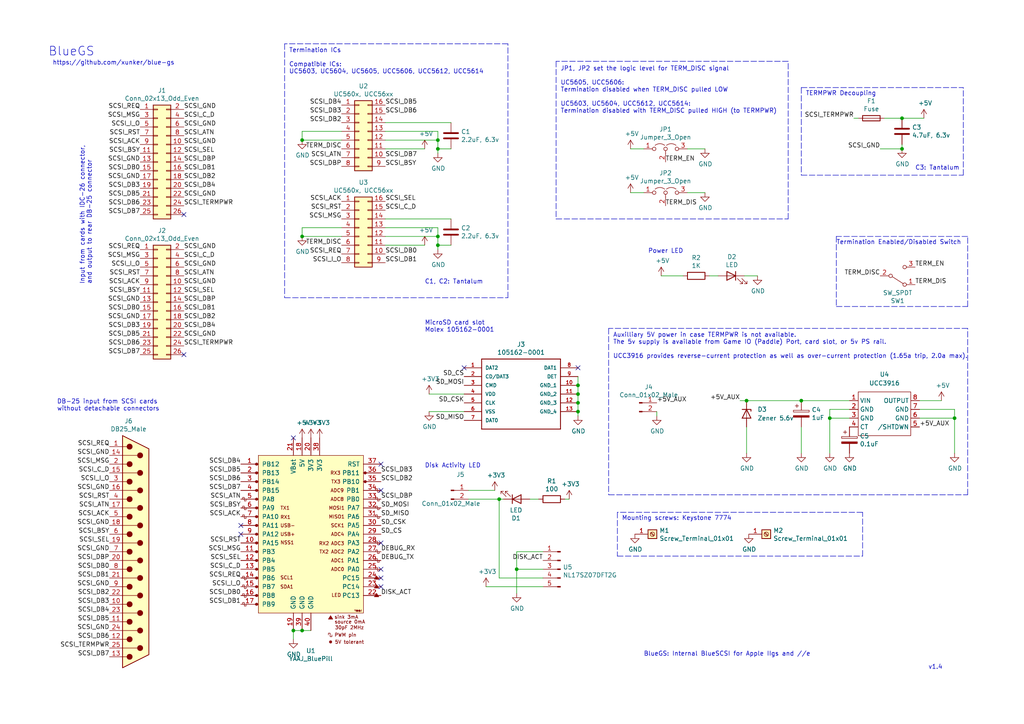
<source format=kicad_sch>
(kicad_sch (version 20211123) (generator eeschema)
  (paper "A4")
  (lib_symbols
    (symbol "105162-0001:105162-0001" (pin_names (offset 1.016))
      (property "Reference" "J" (at 29.21 7.62 0))
      (property "Value" "105162-0001" (at 29.21 5.08 0))
      (symbol "105162-0001_0_0"
        (pin bidirectional line (at 0 0 0) (length 5.08) (name "DAT2") (number "1"))
        (pin bidirectional line (at 33.02 -5.08 180) (length 5.08) (name "GND_1") (number "10"))
        (pin bidirectional line (at 33.02 -7.62 180) (length 5.08) (name "GND_2") (number "11"))
        (pin bidirectional line (at 33.02 -10.16 180) (length 5.08) (name "GND_3") (number "12"))
        (pin bidirectional line (at 33.02 -12.7 180) (length 5.08) (name "GND_4") (number "13"))
        (pin bidirectional line (at 0 -2.54 0) (length 5.08) (name "CD/DAT3") (number "2"))
        (pin bidirectional line (at 0 -5.08 0) (length 5.08) (name "CMD") (number "3"))
        (pin bidirectional line (at 0 -7.62 0) (length 5.08) (name "VDD") (number "4"))
        (pin bidirectional line (at 0 -10.16 0) (length 5.08) (name "CLK") (number "5"))
        (pin bidirectional line (at 0 -12.7 0) (length 5.08) (name "VSS") (number "6"))
        (pin bidirectional line (at 0 -15.24 0) (length 5.08) (name "DAT0") (number "7"))
        (pin bidirectional line (at 33.02 0 180) (length 5.08) (name "DAT1") (number "8"))
        (pin bidirectional line (at 33.02 -2.54 180) (length 5.08) (name "DET") (number "9"))
      )
    )
    (symbol "Connector:Conn_01x02_Male" (pin_names (offset 1.016) hide)
      (property "Reference" "J" (at 0 2.54 0))
      (property "Value" "Conn_01x02_Male" (at 0 -5.08 0))
      (symbol "Conn_01x02_Male_1_1"
        (pin passive line (at 5.08 0 180) (length 3.81) (name "Pin_1") (number "1"))
        (pin passive line (at 5.08 -2.54 180) (length 3.81) (name "Pin_2") (number "2"))
      )
    )
    (symbol "Connector:Conn_01x05_Male" (pin_names (offset 1.016) hide)
      (property "Reference" "J" (at 0 7.62 0))
      (property "Value" "Conn_01x05_Male" (at 0 -7.62 0))
      (symbol "Conn_01x05_Male_1_1"
        (pin passive line (at 5.08 5.08 180) (length 3.81) (name "Pin_1") (number "1"))
        (pin passive line (at 5.08 2.54 180) (length 3.81) (name "Pin_2") (number "2"))
        (pin passive line (at 5.08 0 180) (length 3.81) (name "Pin_3") (number "3"))
        (pin passive line (at 5.08 -2.54 180) (length 3.81) (name "Pin_4") (number "4"))
        (pin passive line (at 5.08 -5.08 180) (length 3.81) (name "Pin_5") (number "5"))
      )
    )
    (symbol "Connector:DB25_Male" (pin_names (offset 1.016) hide)
      (property "Reference" "J" (at 0 34.29 0))
      (property "Value" "DB25_Male" (at 0 -34.925 0))
      (symbol "DB25_Male_1_1"
        (pin passive line (at -7.62 -30.48 0) (length 3.81) (name "1") (number "1"))
        (pin passive line (at -7.62 15.24 0) (length 3.81) (name "10") (number "10"))
        (pin passive line (at -7.62 20.32 0) (length 3.81) (name "11") (number "11"))
        (pin passive line (at -7.62 25.4 0) (length 3.81) (name "12") (number "12"))
        (pin passive line (at -7.62 30.48 0) (length 3.81) (name "13") (number "13"))
        (pin passive line (at -7.62 -27.94 0) (length 3.81) (name "P14") (number "14"))
        (pin passive line (at -7.62 -22.86 0) (length 3.81) (name "P15") (number "15"))
        (pin passive line (at -7.62 -17.78 0) (length 3.81) (name "P16") (number "16"))
        (pin passive line (at -7.62 -12.7 0) (length 3.81) (name "P17") (number "17"))
        (pin passive line (at -7.62 -7.62 0) (length 3.81) (name "P18") (number "18"))
        (pin passive line (at -7.62 -2.54 0) (length 3.81) (name "P19") (number "19"))
        (pin passive line (at -7.62 -25.4 0) (length 3.81) (name "2") (number "2"))
        (pin passive line (at -7.62 2.54 0) (length 3.81) (name "P20") (number "20"))
        (pin passive line (at -7.62 7.62 0) (length 3.81) (name "P21") (number "21"))
        (pin passive line (at -7.62 12.7 0) (length 3.81) (name "P22") (number "22"))
        (pin passive line (at -7.62 17.78 0) (length 3.81) (name "P23") (number "23"))
        (pin passive line (at -7.62 22.86 0) (length 3.81) (name "P24") (number "24"))
        (pin passive line (at -7.62 27.94 0) (length 3.81) (name "P25") (number "25"))
        (pin passive line (at -7.62 -20.32 0) (length 3.81) (name "3") (number "3"))
        (pin passive line (at -7.62 -15.24 0) (length 3.81) (name "4") (number "4"))
        (pin passive line (at -7.62 -10.16 0) (length 3.81) (name "5") (number "5"))
        (pin passive line (at -7.62 -5.08 0) (length 3.81) (name "6") (number "6"))
        (pin passive line (at -7.62 0 0) (length 3.81) (name "7") (number "7"))
        (pin passive line (at -7.62 5.08 0) (length 3.81) (name "8") (number "8"))
        (pin passive line (at -7.62 10.16 0) (length 3.81) (name "9") (number "9"))
      )
    )
    (symbol "Connector:Screw_Terminal_01x01" (pin_names (offset 1.016) hide)
      (property "Reference" "J" (at 0 2.54 0))
      (property "Value" "Screw_Terminal_01x01" (at 0 -2.54 0))
      (symbol "Screw_Terminal_01x01_1_1"
        (pin passive line (at -5.08 0 0) (length 3.81) (name "Pin_1") (number "1"))
      )
    )
    (symbol "Connector_Generic:Conn_02x08_Counter_Clockwise" (pin_names (offset 1.016) hide)
      (property "Reference" "J" (at 1.27 10.16 0))
      (property "Value" "Conn_02x08_Counter_Clockwise" (at 1.27 -12.7 0))
      (symbol "Conn_02x08_Counter_Clockwise_1_1"
        (pin passive line (at -5.08 7.62 0) (length 3.81) (name "Pin_1") (number "1"))
        (pin passive line (at 7.62 -7.62 180) (length 3.81) (name "Pin_10") (number "10"))
        (pin passive line (at 7.62 -5.08 180) (length 3.81) (name "Pin_11") (number "11"))
        (pin passive line (at 7.62 -2.54 180) (length 3.81) (name "Pin_12") (number "12"))
        (pin passive line (at 7.62 0 180) (length 3.81) (name "Pin_13") (number "13"))
        (pin passive line (at 7.62 2.54 180) (length 3.81) (name "Pin_14") (number "14"))
        (pin passive line (at 7.62 5.08 180) (length 3.81) (name "Pin_15") (number "15"))
        (pin passive line (at 7.62 7.62 180) (length 3.81) (name "Pin_16") (number "16"))
        (pin passive line (at -5.08 5.08 0) (length 3.81) (name "Pin_2") (number "2"))
        (pin passive line (at -5.08 2.54 0) (length 3.81) (name "Pin_3") (number "3"))
        (pin passive line (at -5.08 0 0) (length 3.81) (name "Pin_4") (number "4"))
        (pin passive line (at -5.08 -2.54 0) (length 3.81) (name "Pin_5") (number "5"))
        (pin passive line (at -5.08 -5.08 0) (length 3.81) (name "Pin_6") (number "6"))
        (pin passive line (at -5.08 -7.62 0) (length 3.81) (name "Pin_7") (number "7"))
        (pin passive line (at -5.08 -10.16 0) (length 3.81) (name "Pin_8") (number "8"))
        (pin passive line (at 7.62 -10.16 180) (length 3.81) (name "Pin_9") (number "9"))
      )
    )
    (symbol "Connector_Generic:Conn_02x13_Odd_Even" (pin_names (offset 1.016) hide)
      (property "Reference" "J" (at 1.27 17.78 0))
      (property "Value" "Conn_02x13_Odd_Even" (at 1.27 -17.78 0))
      (symbol "Conn_02x13_Odd_Even_1_1"
        (pin passive line (at -5.08 15.24 0) (length 3.81) (name "Pin_1") (number "1"))
        (pin passive line (at 7.62 5.08 180) (length 3.81) (name "Pin_10") (number "10"))
        (pin passive line (at -5.08 2.54 0) (length 3.81) (name "Pin_11") (number "11"))
        (pin passive line (at 7.62 2.54 180) (length 3.81) (name "Pin_12") (number "12"))
        (pin passive line (at -5.08 0 0) (length 3.81) (name "Pin_13") (number "13"))
        (pin passive line (at 7.62 0 180) (length 3.81) (name "Pin_14") (number "14"))
        (pin passive line (at -5.08 -2.54 0) (length 3.81) (name "Pin_15") (number "15"))
        (pin passive line (at 7.62 -2.54 180) (length 3.81) (name "Pin_16") (number "16"))
        (pin passive line (at -5.08 -5.08 0) (length 3.81) (name "Pin_17") (number "17"))
        (pin passive line (at 7.62 -5.08 180) (length 3.81) (name "Pin_18") (number "18"))
        (pin passive line (at -5.08 -7.62 0) (length 3.81) (name "Pin_19") (number "19"))
        (pin passive line (at 7.62 15.24 180) (length 3.81) (name "Pin_2") (number "2"))
        (pin passive line (at 7.62 -7.62 180) (length 3.81) (name "Pin_20") (number "20"))
        (pin passive line (at -5.08 -10.16 0) (length 3.81) (name "Pin_21") (number "21"))
        (pin passive line (at 7.62 -10.16 180) (length 3.81) (name "Pin_22") (number "22"))
        (pin passive line (at -5.08 -12.7 0) (length 3.81) (name "Pin_23") (number "23"))
        (pin passive line (at 7.62 -12.7 180) (length 3.81) (name "Pin_24") (number "24"))
        (pin passive line (at -5.08 -15.24 0) (length 3.81) (name "Pin_25") (number "25"))
        (pin passive line (at 7.62 -15.24 180) (length 3.81) (name "Pin_26") (number "26"))
        (pin passive line (at -5.08 12.7 0) (length 3.81) (name "Pin_3") (number "3"))
        (pin passive line (at 7.62 12.7 180) (length 3.81) (name "Pin_4") (number "4"))
        (pin passive line (at -5.08 10.16 0) (length 3.81) (name "Pin_5") (number "5"))
        (pin passive line (at 7.62 10.16 180) (length 3.81) (name "Pin_6") (number "6"))
        (pin passive line (at -5.08 7.62 0) (length 3.81) (name "Pin_7") (number "7"))
        (pin passive line (at 7.62 7.62 180) (length 3.81) (name "Pin_8") (number "8"))
        (pin passive line (at -5.08 5.08 0) (length 3.81) (name "Pin_9") (number "9"))
      )
    )
    (symbol "Device:C" (pin_numbers hide) (pin_names (offset 0.254))
      (property "Reference" "C" (at 0.635 2.54 0))
      (property "Value" "C" (at 0.635 -2.54 0))
      (symbol "C_1_1"
        (pin passive line (at 0 3.81 270) (length 2.794) (name "~") (number "1"))
        (pin passive line (at 0 -3.81 90) (length 2.794) (name "~") (number "2"))
      )
    )
    (symbol "Device:D_Zener" (pin_numbers hide) (pin_names (offset 1.016) hide)
      (property "Reference" "D" (at 0 2.54 0))
      (property "Value" "D_Zener" (at 0 -2.54 0))
      (symbol "D_Zener_1_1"
        (pin passive line (at -3.81 0 0) (length 2.54) (name "K") (number "1"))
        (pin passive line (at 3.81 0 180) (length 2.54) (name "A") (number "2"))
      )
    )
    (symbol "Device:Fuse" (pin_numbers hide) (pin_names (offset 0))
      (property "Reference" "F" (at 2.032 0 90))
      (property "Value" "Fuse" (at -1.905 0 90))
      (symbol "Fuse_1_1"
        (pin passive line (at 0 3.81 270) (length 1.27) (name "~") (number "1"))
        (pin passive line (at 0 -3.81 90) (length 1.27) (name "~") (number "2"))
      )
    )
    (symbol "Device:LED" (pin_numbers hide) (pin_names (offset 1.016) hide)
      (property "Reference" "D" (at 0 2.54 0))
      (property "Value" "LED" (at 0 -2.54 0))
      (symbol "LED_1_1"
        (pin passive line (at -3.81 0 0) (length 2.54) (name "K") (number "1"))
        (pin passive line (at 3.81 0 180) (length 2.54) (name "A") (number "2"))
      )
    )
    (symbol "Device:R" (pin_numbers hide) (pin_names (offset 0))
      (property "Reference" "R" (at 2.032 0 90))
      (property "Value" "R" (at 0 0 90))
      (symbol "R_1_1"
        (pin passive line (at 0 3.81 270) (length 1.27) (name "~") (number "1"))
        (pin passive line (at 0 -3.81 90) (length 1.27) (name "~") (number "2"))
      )
    )
    (symbol "Power_Management:UCC3916"
      (property "Reference" "U" (at 0 2.54 0))
      (property "Value" "UCC3916" (at 0 5.08 0))
      (symbol "UCC3916_1_1"
        (pin input line (at -10.16 -1.27 0) (length 2.54) (name "VIN") (number "1"))
        (pin output line (at -10.16 -3.81 0) (length 2.54) (name "GND") (number "2"))
        (pin output line (at -10.16 -6.35 0) (length 2.54) (name "GND") (number "3"))
        (pin bidirectional line (at -10.16 -8.89 0) (length 2.54) (name "CT") (number "4"))
        (pin input line (at 10.16 -8.89 180) (length 2.54) (name "/SHTDWN") (number "5"))
        (pin output line (at 10.16 -6.35 180) (length 2.54) (name "GND") (number "6"))
        (pin output line (at 10.16 -3.81 180) (length 2.54) (name "GND") (number "7"))
        (pin output line (at 10.16 -1.27 180) (length 2.54) (name "OUTPUT") (number "8"))
      )
    )
    (symbol "Switch:SW_SPDT" (pin_names (offset 0) hide)
      (property "Reference" "SW" (at 0 4.318 0))
      (property "Value" "SW_SPDT" (at 0 -5.08 0))
      (symbol "SW_SPDT_1_1"
        (pin passive line (at 5.08 2.54 180) (length 2.54) (name "A") (number "1"))
        (pin passive line (at -5.08 0 0) (length 2.54) (name "B") (number "2"))
        (pin passive line (at 5.08 -2.54 180) (length 2.54) (name "C") (number "3"))
      )
    )
    (symbol "bluescsi_iigs_internal-rescue:CP-Device" (pin_numbers hide) (pin_names (offset 0.254))
      (property "Reference" "C" (at 0.635 2.54 0))
      (property "Value" "CP-Device" (at 0.635 -2.54 0))
      (symbol "CP-Device_1_1"
        (pin passive line (at 0 3.81 270) (length 2.794) (name "~") (number "1"))
        (pin passive line (at 0 -3.81 90) (length 2.794) (name "~") (number "2"))
      )
    )
    (symbol "bluescsi_iigs_internal-rescue:Jumper_3_Open-Jumper" (pin_names (offset 0) hide)
      (property "Reference" "JP" (at -2.54 -2.54 0))
      (property "Value" "Jumper_3_Open-Jumper" (at 0 2.794 0))
      (symbol "Jumper_3_Open-Jumper_1_1"
        (pin passive line (at -6.35 0 0) (length 2.54) (name "A") (number "1"))
        (pin input line (at 0 -3.81 90) (length 2.54) (name "C") (number "2"))
        (pin passive line (at 6.35 0 180) (length 2.54) (name "B") (number "3"))
      )
    )
    (symbol "bluescsi_iigs_internal-rescue:YAAJ_BluePill-MCU_ST_STM32F1" (pin_names (offset 1.016))
      (property "Reference" "U" (at -13.97 24.13 0))
      (property "Value" "YAAJ_BluePill-MCU_ST_STM32F1" (at 0 6.35 90))
      (symbol "YAAJ_BluePill-MCU_ST_STM32F1_0_0"
        (text "30pF 2MHz" (at 11.176 -27.051 0) (effects (font (size 0.9906 0.9906))))
        (text "5V tolerant" (at 11.176 -31.242 0) (effects (font (size 0.9906 0.9906))))
        (text "ADC0" (at 7.747 -10.16 0) (effects (font (size 0.9906 0.9906))))
        (text "ADC1" (at 7.747 -7.62 0) (effects (font (size 0.9906 0.9906))))
        (text "ADC2" (at 7.747 -5.08 0) (effects (font (size 0.9906 0.9906))))
        (text "ADC3" (at 7.747 -2.667 0) (effects (font (size 0.9906 0.9906))))
        (text "ADC4" (at 7.747 0 0) (effects (font (size 0.9906 0.9906))))
        (text "ADC8" (at 7.62 10.16 0) (effects (font (size 0.9906 0.9906))))
        (text "ADC9" (at 7.62 12.7 0) (effects (font (size 0.9906 0.9906))))
        (text "LED" (at 7.366 -17.653 0) (effects (font (size 0.9906 0.9906))))
        (text "MISO1" (at 7.493 5.08 0) (effects (font (size 0.9906 0.9906))))
        (text "MOSI1" (at 7.493 7.62 0) (effects (font (size 0.9906 0.9906))))
        (text "NSS1" (at -6.858 -2.413 0) (effects (font (size 0.9906 0.9906))))
        (text "PWM pin" (at 10.033 -29.21 0) (effects (font (size 0.9906 0.9906))))
        (text "RX1" (at -7.366 4.953 0) (effects (font (size 0.9906 0.9906))))
        (text "RX2" (at 3.81 -2.667 0) (effects (font (size 0.9906 0.9906))))
        (text "RX3" (at 7.112 17.78 0) (effects (font (size 0.9906 0.9906))))
        (text "SCK1" (at 7.747 2.54 0) (effects (font (size 0.9906 0.9906))))
        (text "SCL1" (at -6.985 -12.573 0) (effects (font (size 0.9906 0.9906))))
        (text "SDA1" (at -6.985 -15.24 0) (effects (font (size 0.9906 0.9906))))
        (text "sink 3mA" (at 10.287 -24.003 0) (effects (font (size 0.9906 0.9906))))
        (text "source 0mA" (at 11.303 -25.4 0) (effects (font (size 0.9906 0.9906))))
        (text "TX1" (at -7.493 7.62 0) (effects (font (size 0.9906 0.9906))))
        (text "TX2" (at 3.81 -5.08 0) (effects (font (size 0.9906 0.9906))))
        (text "TX3" (at 7.239 15.24 0) (effects (font (size 0.9906 0.9906))))
        (text "USB+" (at -6.731 0 0) (effects (font (size 0.9906 0.9906))))
        (text "USB-" (at -6.731 2.54 0) (effects (font (size 0.9906 0.9906))))
        (text "Y@@J" (at 13.6906 -22.1488 0) (effects (font (size 0.508 0.508))))
      )
      (symbol "YAAJ_BluePill-MCU_ST_STM32F1_1_1"
        (pin bidirectional line (at -20.32 20.32 0) (length 5.08) (name "PB12") (number "1"))
        (pin bidirectional line (at -20.32 -2.54 0) (length 5.08) (name "PA15") (number "10"))
        (pin bidirectional line (at -20.32 -5.08 0) (length 5.08) (name "PB3") (number "11"))
        (pin bidirectional line (at -20.32 -7.62 0) (length 5.08) (name "PB4") (number "12"))
        (pin bidirectional line (at -20.32 -10.16 0) (length 5.08) (name "PB5") (number "13"))
        (pin bidirectional line (at -20.32 -12.7 0) (length 5.08) (name "PB6") (number "14"))
        (pin bidirectional line (at -20.32 -15.24 0) (length 5.08) (name "PB7") (number "15"))
        (pin bidirectional line (at -20.32 -17.78 0) (length 5.08) (name "PB8") (number "16"))
        (pin bidirectional line (at -20.32 -20.32 0) (length 5.08) (name "PB9") (number "17"))
        (pin power_in line (at -2.54 27.94 270) (length 5.08) (name "5V") (number "18"))
        (pin power_in line (at -5.08 -27.94 90) (length 5.08) (name "GND") (number "19"))
        (pin bidirectional line (at -20.32 17.78 0) (length 5.08) (name "PB13") (number "2"))
        (pin power_in line (at 0 27.94 270) (length 5.08) (name "3V3") (number "20"))
        (pin power_in line (at -5.08 27.94 270) (length 5.08) (name "VBat") (number "21"))
        (pin bidirectional line (at 20.32 -17.78 180) (length 5.08) (name "PC13") (number "22"))
        (pin bidirectional line (at 20.32 -15.24 180) (length 5.08) (name "PC14") (number "23"))
        (pin bidirectional line (at 20.32 -12.7 180) (length 5.08) (name "PC15") (number "24"))
        (pin bidirectional line (at 20.32 -10.16 180) (length 5.08) (name "PA0") (number "25"))
        (pin bidirectional line (at 20.32 -7.62 180) (length 5.08) (name "PA1") (number "26"))
        (pin bidirectional line (at 20.32 -5.08 180) (length 5.08) (name "PA2") (number "27"))
        (pin bidirectional line (at 20.32 -2.54 180) (length 5.08) (name "PA3") (number "28"))
        (pin bidirectional line (at 20.32 0 180) (length 5.08) (name "PA4") (number "29"))
        (pin bidirectional line (at -20.32 15.24 0) (length 5.08) (name "PB14") (number "3"))
        (pin bidirectional line (at 20.32 2.54 180) (length 5.08) (name "PA5") (number "30"))
        (pin bidirectional line (at 20.32 5.08 180) (length 5.08) (name "PA6") (number "31"))
        (pin bidirectional line (at 20.32 7.62 180) (length 5.08) (name "PA7") (number "32"))
        (pin bidirectional line (at 20.32 10.16 180) (length 5.08) (name "PB0") (number "33"))
        (pin bidirectional line (at 20.32 12.7 180) (length 5.08) (name "PB1") (number "34"))
        (pin bidirectional line (at 20.32 15.24 180) (length 5.08) (name "PB10") (number "35"))
        (pin bidirectional line (at 20.32 17.78 180) (length 5.08) (name "PB11") (number "36"))
        (pin input line (at 20.32 20.32 180) (length 5.08) (name "RST") (number "37"))
        (pin power_in line (at 2.54 27.94 270) (length 5.08) (name "3V3") (number "38"))
        (pin power_in line (at -2.54 -27.94 90) (length 5.08) (name "GND") (number "39"))
        (pin bidirectional line (at -20.32 12.7 0) (length 5.08) (name "PB15") (number "4"))
        (pin power_in line (at 0 -27.94 90) (length 5.08) (name "GND") (number "40"))
        (pin bidirectional line (at -20.32 10.16 0) (length 5.08) (name "PA8") (number "5"))
        (pin bidirectional line (at -20.32 7.62 0) (length 5.08) (name "PA9") (number "6"))
        (pin bidirectional line (at -20.32 5.08 0) (length 5.08) (name "PA10") (number "7"))
        (pin bidirectional line (at -20.32 2.54 0) (length 5.08) (name "PA11") (number "8"))
        (pin bidirectional line (at -20.32 0 0) (length 5.08) (name "PA12") (number "9"))
      )
    )
    (symbol "power:+3.3V" (power) (pin_names (offset 0))
      (property "Value" "+3.3V" (at 0 3.556 0))
      (symbol "+3.3V_1_1"
        (pin power_in line (at 0 0 90) (length 0) hide (name "+3V3") (number "1"))
      )
    )
    (symbol "power:+5V" (power) (pin_names (offset 0))
      (property "Value" "+5V" (at 0 3.556 0))
      (symbol "+5V_1_1"
        (pin power_in line (at 0 0 90) (length 0) hide (name "+5V") (number "1"))
      )
    )
    (symbol "power:GND" (power) (pin_names (offset 0))
      (property "Value" "GND" (at 0 -3.81 0))
      (symbol "GND_1_1"
        (pin power_in line (at 0 0 270) (length 0) hide (name "GND") (number "1"))
      )
    )
  )
  (junction (at 87.63 40.64))
  (junction (at 127 40.64))
  (junction (at 167.64 119.38))
  (junction (at 127 68.58))
  (junction (at 261.62 34.29))
  (junction (at 144.78 144.78))
  (junction (at 167.64 114.3))
  (junction (at 149.86 165.1))
  (junction (at 167.64 116.84))
  (junction (at 85.09 182.88))
  (junction (at 127 43.18))
  (junction (at 276.86 121.285))
  (junction (at 87.63 182.88))
  (junction (at 127 71.12))
  (junction (at 232.41 116.205))
  (junction (at 240.665 121.285))
  (junction (at 87.63 68.58))
  (junction (at 167.64 111.76))
  (junction (at 261.62 43.18))
  (junction (at 216.535 116.205))
  (no_connect (at 53.34 62.23))
  (no_connect (at 53.34 102.87))
  (no_connect (at 85.09 127))
  (no_connect (at 69.85 154.94))
  (no_connect (at 110.49 157.48))
  (no_connect (at 110.49 142.24))
  (no_connect (at 134.62 106.68))
  (no_connect (at 110.49 170.18))
  (no_connect (at 110.49 134.62))
  (no_connect (at 69.85 152.4))
  (no_connect (at 167.64 106.68))
  (no_connect (at 110.49 167.64))
  (no_connect (at 110.49 165.1))
  (wire (pts (xy 216.535 116.205) (xy 232.41 116.205)))
  (polyline (pts (xy 228.6 63.5) (xy 228.6 17.78)))
  (wire (pts (xy 87.63 38.1) (xy 87.63 40.64)))
  (polyline (pts (xy 228.6 17.78) (xy 161.29 17.78)))
  (wire (pts (xy 266.7 116.205) (xy 273.05 116.205)))
  (polyline (pts (xy 280.67 68.58) (xy 242.57 68.58)))
  (wire (pts (xy 199.39 55.88) (xy 204.47 55.88)))
  (wire (pts (xy 276.86 131.445) (xy 276.86 121.285)))
  (wire (pts (xy 199.39 43.18) (xy 204.47 43.18)))
  (wire (pts (xy 127 38.1) (xy 127 40.64)))
  (polyline (pts (xy 242.57 68.58) (xy 242.57 88.9)))
  (wire (pts (xy 167.64 114.3) (xy 167.64 116.84)))
  (wire (pts (xy 232.41 116.205) (xy 246.38 116.205)))
  (wire (pts (xy 130.81 43.18) (xy 127 43.18)))
  (wire (pts (xy 216.535 123.825) (xy 216.535 131.445)))
  (wire (pts (xy 240.665 121.285) (xy 240.665 131.445)))
  (polyline (pts (xy 179.07 161.29) (xy 250.19 161.29)))
  (wire (pts (xy 232.41 123.825) (xy 232.41 131.445)))
  (wire (pts (xy 127 68.58) (xy 127 71.12)))
  (wire (pts (xy 111.76 71.12) (xy 123.19 71.12)))
  (wire (pts (xy 87.63 182.88) (xy 90.17 182.88)))
  (wire (pts (xy 85.09 182.88) (xy 85.09 185.42)))
  (wire (pts (xy 246.38 118.745) (xy 240.665 118.745)))
  (wire (pts (xy 111.76 35.56) (xy 130.81 35.56)))
  (wire (pts (xy 182.88 55.88) (xy 186.69 55.88)))
  (polyline (pts (xy 279.4 50.8) (xy 279.4 25.4)))
  (wire (pts (xy 87.63 40.64) (xy 99.06 40.64)))
  (wire (pts (xy 167.64 119.38) (xy 167.64 120.65)))
  (wire (pts (xy 167.64 111.76) (xy 167.64 114.3)))
  (wire (pts (xy 111.76 40.64) (xy 127 40.64)))
  (wire (pts (xy 157.48 165.1) (xy 149.86 165.1)))
  (polyline (pts (xy 176.53 95.25) (xy 176.53 143.51)))
  (wire (pts (xy 198.12 80.01) (xy 191.77 80.01)))
  (wire (pts (xy 111.76 43.18) (xy 123.19 43.18)))
  (polyline (pts (xy 232.41 25.4) (xy 279.4 25.4)))
  (wire (pts (xy 87.63 66.04) (xy 99.06 66.04)))
  (polyline (pts (xy 161.29 17.78) (xy 161.29 63.5)))
  (wire (pts (xy 144.78 167.64) (xy 144.78 144.78)))
  (wire (pts (xy 140.97 170.18) (xy 157.48 170.18)))
  (polyline (pts (xy 161.29 63.5) (xy 228.6 63.5)))
  (polyline (pts (xy 147.32 86.36) (xy 147.32 12.7)))
  (wire (pts (xy 163.83 144.78) (xy 165.1 144.78)))
  (polyline (pts (xy 280.67 95.25) (xy 176.53 95.25)))
  (wire (pts (xy 261.62 43.18) (xy 261.62 41.91)))
  (wire (pts (xy 261.62 34.29) (xy 267.97 34.29)))
  (wire (pts (xy 167.64 109.22) (xy 167.64 111.76)))
  (wire (pts (xy 149.86 160.02) (xy 149.86 165.1)))
  (wire (pts (xy 144.78 144.78) (xy 146.05 144.78)))
  (wire (pts (xy 240.665 121.285) (xy 246.38 121.285)))
  (wire (pts (xy 157.48 167.64) (xy 144.78 167.64)))
  (polyline (pts (xy 250.19 161.29) (xy 250.19 148.59)))
  (wire (pts (xy 190.5 119.38) (xy 190.5 120.65)))
  (wire (pts (xy 240.665 118.745) (xy 240.665 121.285)))
  (wire (pts (xy 87.63 66.04) (xy 87.63 68.58)))
  (polyline (pts (xy 280.67 88.9) (xy 280.67 68.58)))
  (wire (pts (xy 276.86 121.285) (xy 276.86 118.745)))
  (wire (pts (xy 127 43.18) (xy 127 44.45)))
  (wire (pts (xy 111.76 38.1) (xy 127 38.1)))
  (polyline (pts (xy 232.41 50.8) (xy 279.4 50.8)))
  (wire (pts (xy 266.7 121.285) (xy 276.86 121.285)))
  (wire (pts (xy 266.7 118.745) (xy 276.86 118.745)))
  (wire (pts (xy 135.89 144.78) (xy 144.78 144.78)))
  (wire (pts (xy 124.46 114.3) (xy 134.62 114.3)))
  (wire (pts (xy 87.63 68.58) (xy 99.06 68.58)))
  (wire (pts (xy 214.63 116.205) (xy 216.535 116.205)))
  (wire (pts (xy 157.48 160.02) (xy 149.86 160.02)))
  (wire (pts (xy 167.64 116.84) (xy 167.64 119.38)))
  (polyline (pts (xy 179.07 148.59) (xy 179.07 161.29)))
  (wire (pts (xy 256.54 34.29) (xy 261.62 34.29)))
  (polyline (pts (xy 280.67 143.51) (xy 280.67 95.25)))
  (wire (pts (xy 135.89 142.24) (xy 143.51 142.24)))
  (polyline (pts (xy 82.55 86.36) (xy 147.32 86.36)))
  (wire (pts (xy 111.76 66.04) (xy 127 66.04)))
  (wire (pts (xy 87.63 38.1) (xy 99.06 38.1)))
  (wire (pts (xy 127 71.12) (xy 127 72.39)))
  (wire (pts (xy 134.62 119.38) (xy 124.46 119.38)))
  (polyline (pts (xy 250.19 148.59) (xy 179.07 148.59)))
  (polyline (pts (xy 242.57 88.9) (xy 280.67 88.9)))
  (polyline (pts (xy 82.55 12.7) (xy 82.55 86.36)))
  (polyline (pts (xy 232.41 25.4) (xy 232.41 50.8)))
  (polyline (pts (xy 176.53 143.51) (xy 280.67 143.51)))
  (wire (pts (xy 182.88 43.18) (xy 186.69 43.18)))
  (wire (pts (xy 111.76 68.58) (xy 127 68.58)))
  (wire (pts (xy 255.27 43.18) (xy 261.62 43.18)))
  (wire (pts (xy 149.86 165.1) (xy 149.86 172.085)))
  (wire (pts (xy 205.74 80.01) (xy 208.28 80.01)))
  (polyline (pts (xy 147.32 12.7) (xy 82.55 12.7)))
  (wire (pts (xy 153.67 144.78) (xy 156.21 144.78)))
  (wire (pts (xy 127 66.04) (xy 127 68.58)))
  (wire (pts (xy 247.65 34.29) (xy 248.92 34.29)))
  (wire (pts (xy 127 40.64) (xy 127 43.18)))
  (wire (pts (xy 85.09 182.88) (xy 87.63 182.88)))
  (wire (pts (xy 130.81 71.12) (xy 127 71.12)))
  (wire (pts (xy 215.9 80.01) (xy 219.71 80.01)))
  (wire (pts (xy 111.76 63.5) (xy 130.81 63.5)))
  (text "C3: Tantalum" (at 265.43 49.53 0) (effects (font (size 1.27 1.27)) (justify left bottom)))
  (text "BlueGS" (at 13.97 16.51 0) (effects (font (size 2.54 2.54)) (justify left bottom)))
  (text "Termination Enabled/Disabled Switch" (at 242.57 71.12 0) (effects (font (size 1.27 1.27)) (justify left bottom)))
  (text "Power LED" (at 187.96 73.66 0) (effects (font (size 1.27 1.27)) (justify left bottom)))
  (text "https://github.com/xunker/blue-gs" (at 15.24 19.05 0) (effects (font (size 1.27 1.27)) (justify left bottom)))
  (text "JP1, JP2 set the logic level for TERM_DISC signal\n\nUC5605, UCC5606:\nTermination disabled when TERM_DISC pulled LOW\n\nUC5603, UC5604, UCC5612, UCC5614:\nTermination disabled with TERM_DISC pulled HIGH (to TERMPWR)" (at 162.56 33.02 0) (effects (font (size 1.27 1.27)) (justify left bottom)))
  (text "DB-25 input from SCSI cards\nwithout detachable connectors" (at 16.51 119.38 0) (effects (font (size 1.27 1.27)) (justify left bottom)))
  (text "C1, C2: Tantalum" (at 123.19 82.55 0) (effects (font (size 1.27 1.27)) (justify left bottom)))
  (text "Mounting screws: Keystone 7774" (at 180.34 151.13 0) (effects (font (size 1.27 1.27)) (justify left bottom)))
  (text "Auxilliary 5V power in case TERMPWR is not available.\nThe 5v supply is available from Game IO (Paddle) Port, card slot, or 5v PS rail.\n\nUCC3916 provides reverse-current protection as well as over-current protection (1.65a trip, 2.0a max)." (at 177.8 104.14 0) (effects (font (size 1.27 1.27)) (justify left bottom)))
  (text "BlueGS: Internal BlueSCSI for Apple IIgs and //e" (at 186.69 190.5 0) (effects (font (size 1.27 1.27)) (justify left bottom)))
  (text "Disk Activity LED" (at 123.19 135.89 0) (effects (font (size 1.27 1.27)) (justify left bottom)))
  (text "Input from cards with IDC-26 connector,\nand output to rear DB-25 connector" (at 26.67 82.55 90) (effects (font (size 1.27 1.27)) (justify left bottom)))
  (text "MicroSD card slot\nMolex 105162-0001" (at 123.19 96.52 0) (effects (font (size 1.27 1.27)) (justify left bottom)))
  (text "TERMPWR Decoupling" (at 233.68 27.94 0) (effects (font (size 1.27 1.27)) (justify left bottom)))
  (text "Termination ICs\n\nCompatible ICs:\nUC5603, UC5604, UC5605, UCC5606, UCC5612, UCC5614" (at 83.82 21.59 0) (effects (font (size 1.27 1.27)) (justify left bottom)))
  (text "v1.4" (at 269.24 194.31 0) (effects (font (size 1.27 1.27)) (justify left bottom)))
  (label "SCSI_GND" (at 53.34 31.75 0))
  (label "SCSI_DB2" (at 110.49 139.7 0))
  (label "SCSI_DB6" (at 40.64 100.33 180))
  (label "SCSI_DB4" (at 53.34 95.25 0))
  (label "SD_MOSI" (at 110.49 147.32 0))
  (label "SCSI_MSG" (at 31.75 134.62 180))
  (label "SCSI_C_D" (at 111.76 60.96 0))
  (label "SCSI_GND" (at 31.75 142.24 180))
  (label "SCSI_GND" (at 40.64 46.99 180))
  (label "SCSI_GND" (at 53.34 36.83 0))
  (label "TERM_EN" (at 265.43 77.47 0))
  (label "SCSI_DB7" (at 40.64 62.23 180))
  (label "SCSI_DB1" (at 53.34 49.53 0))
  (label "SCSI_DB3" (at 110.49 137.16 0))
  (label "+5V_AUX" (at 266.7 123.825 0))
  (label "SCSI_TERMPWR" (at 53.34 100.33 0))
  (label "SCSI_DB0" (at 31.75 165.1 180))
  (label "SCSI_DB2" (at 99.06 35.56 180))
  (label "SCSI_BSY" (at 69.85 147.32 180))
  (label "SCSI_RST" (at 40.64 80.01 180))
  (label "SCSI_TERMPWR" (at 31.75 187.96 180))
  (label "SCSI_GND" (at 53.34 41.91 0))
  (label "SCSI_I_O" (at 31.75 139.7 180))
  (label "SCSI_ATN" (at 53.34 80.01 0))
  (label "SCSI_DB1" (at 111.76 76.2 0))
  (label "SCSI_BSY" (at 40.64 44.45 180))
  (label "SCSI_DB5" (at 40.64 97.79 180))
  (label "DISK_ACT" (at 110.49 172.72 0))
  (label "SCSI_REQ" (at 40.64 72.39 180))
  (label "SCSI_I_O" (at 40.64 36.83 180))
  (label "SCSI_SEL" (at 111.76 58.42 0))
  (label "SCSI_I_O" (at 69.85 170.18 180))
  (label "SCSI_DB6" (at 69.85 139.7 180))
  (label "TERM_DIS" (at 265.43 82.55 0))
  (label "SCSI_DB4" (at 53.34 54.61 0))
  (label "SCSI_GND" (at 40.64 87.63 180))
  (label "SD_MISO" (at 110.49 149.86 0))
  (label "SCSI_GND" (at 40.64 92.71 180))
  (label "SCSI_C_D" (at 53.34 74.93 0))
  (label "SD_CSK" (at 134.62 116.84 180))
  (label "SCSI_REQ" (at 99.06 73.66 180))
  (label "DEBUG_RX" (at 110.49 160.02 0))
  (label "SCSI_RST" (at 69.85 157.48 180))
  (label "SCSI_DB2" (at 53.34 92.71 0))
  (label "SCSI_DB0" (at 111.76 73.66 0))
  (label "TERM_DIS" (at 193.04 59.69 0))
  (label "TERM_DISC" (at 255.27 80.01 180))
  (label "SCSI_MSG" (at 99.06 63.5 180))
  (label "SCSI_GND" (at 53.34 57.15 0))
  (label "SD_MISO" (at 134.62 121.92 180))
  (label "SCSI_DB4" (at 69.85 134.62 180))
  (label "SCSI_MSG" (at 40.64 34.29 180))
  (label "SCSI_DBP" (at 53.34 87.63 0))
  (label "SCSI_TERMPWR" (at 53.34 59.69 0))
  (label "SCSI_C_D" (at 53.34 34.29 0))
  (label "SCSI_ATN" (at 69.85 144.78 180))
  (label "SCSI_RST" (at 31.75 144.78 180))
  (label "SCSI_DB6" (at 111.76 33.02 0))
  (label "SCSI_REQ" (at 69.85 167.64 180))
  (label "SCSI_DB3" (at 40.64 95.25 180))
  (label "SCSI_I_O" (at 99.06 76.2 180))
  (label "SCSI_DB2" (at 53.34 52.07 0))
  (label "SD_CS" (at 110.49 154.94 0))
  (label "SCSI_DB5" (at 40.64 57.15 180))
  (label "SCSI_GND" (at 53.34 72.39 0))
  (label "SCSI_BSY" (at 40.64 85.09 180))
  (label "SCSI_ACK" (at 31.75 149.86 180))
  (label "SCSI_DB3" (at 99.06 33.02 180))
  (label "SCSI_DBP" (at 53.34 46.99 0))
  (label "SCSI_TERMPWR" (at 247.65 34.29 180))
  (label "DEBUG_TX" (at 110.49 162.56 0))
  (label "SCSI_MSG" (at 69.85 160.02 180))
  (label "SD_CSK" (at 110.49 152.4 0))
  (label "SCSI_SEL" (at 53.34 85.09 0))
  (label "TERM_EN" (at 193.04 46.99 0))
  (label "SCSI_DB7" (at 40.64 102.87 180))
  (label "SCSI_SEL" (at 31.75 157.48 180))
  (label "SCSI_RST" (at 99.06 60.96 180))
  (label "SCSI_DB3" (at 31.75 175.26 180))
  (label "SCSI_DB6" (at 40.64 59.69 180))
  (label "SCSI_GND" (at 40.64 52.07 180))
  (label "SCSI_DB2" (at 31.75 172.72 180))
  (label "SCSI_GND" (at 31.75 132.08 180))
  (label "SCSI_DB1" (at 53.34 90.17 0))
  (label "SCSI_DB5" (at 69.85 137.16 180))
  (label "SCSI_GND" (at 31.75 152.4 180))
  (label "SD_CS" (at 134.62 109.22 180))
  (label "SCSI_DB7" (at 69.85 142.24 180))
  (label "SCSI_C_D" (at 31.75 137.16 180))
  (label "SCSI_DB6" (at 31.75 185.42 180))
  (label "SCSI_ACK" (at 40.64 41.91 180))
  (label "SCSI_DB5" (at 111.76 30.48 0))
  (label "SCSI_BSY" (at 31.75 154.94 180))
  (label "SCSI_ACK" (at 69.85 149.86 180))
  (label "SCSI_GND" (at 53.34 82.55 0))
  (label "SCSI_I_O" (at 40.64 77.47 180))
  (label "SCSI_BSY" (at 111.76 48.26 0))
  (label "SCSI_RST" (at 40.64 39.37 180))
  (label "SCSI_DB7" (at 111.76 45.72 0))
  (label "SCSI_GND" (at 31.75 160.02 180))
  (label "+5V_AUX" (at 214.63 116.205 180))
  (label "SCSI_DB4" (at 99.06 30.48 180))
  (label "TERM_DISC" (at 99.06 71.12 180))
  (label "SCSI_SEL" (at 53.34 44.45 0))
  (label "SCSI_GND" (at 255.27 43.18 180))
  (label "SCSI_REQ" (at 31.75 129.54 180))
  (label "SCSI_GND" (at 53.34 77.47 0))
  (label "SCSI_C_D" (at 69.85 165.1 180))
  (label "SCSI_DB3" (at 40.64 54.61 180))
  (label "SCSI_DB4" (at 31.75 177.8 180))
  (label "SCSI_ATN" (at 53.34 39.37 0))
  (label "SCSI_ATN" (at 31.75 147.32 180))
  (label "DISK_ACT" (at 157.48 162.56 180))
  (label "SCSI_DBP" (at 31.75 162.56 180))
  (label "TERM_DISC" (at 99.06 43.18 180))
  (label "SCSI_ATN" (at 99.06 45.72 180))
  (label "SCSI_SEL" (at 69.85 162.56 180))
  (label "SCSI_DBP" (at 99.06 48.26 180))
  (label "SCSI_DB1" (at 31.75 167.64 180))
  (label "SD_MOSI" (at 134.62 111.76 180))
  (label "SCSI_GND" (at 31.75 182.88 180))
  (label "SCSI_DB0" (at 69.85 172.72 180))
  (label "SCSI_GND" (at 31.75 170.18 180))
  (label "SCSI_DB7" (at 31.75 190.5 180))
  (label "SCSI_ACK" (at 99.06 58.42 180))
  (label "SCSI_DB0" (at 40.64 90.17 180))
  (label "SCSI_DB0" (at 40.64 49.53 180))
  (label "SCSI_GND" (at 53.34 97.79 0))
  (label "SCSI_REQ" (at 40.64 31.75 180))
  (label "SCSI_ACK" (at 40.64 82.55 180))
  (label "SCSI_DB5" (at 31.75 180.34 180))
  (label "SCSI_MSG" (at 40.64 74.93 180))
  (label "SCSI_DB1" (at 69.85 175.26 180))
  (label "SCSI_DBP" (at 110.49 144.78 0))
  (label "+5V_AUX" (at 190.5 116.84 0))
  (symbol (lib_id "bluescsi_iigs_internal-rescue:YAAJ_BluePill-MCU_ST_STM32F1") (at 90.17 154.94 0) (unit 1)
    (property "Reference" "U1" (at 90.17 188.7474 0))
    (property "Value" "YAAJ_BluePill" (at 90.17 191.0588 0))
    (property "Footprint" "my library:YAAJ_BluePill_2" (effects hide))
  )
  (symbol (lib_id "Connector_Generic:Conn_02x13_Odd_Even") (at 45.72 46.99 0) (unit 1)
    (property "Reference" "J1" (at 46.99 26.2382 0))
    (property "Value" "Conn_02x13_Odd_Even" (at 46.99 28.5496 0))
    (property "Footprint" "Connector_PinHeader_2.54mm:PinHeader_2x13_P2.54mm_Vertical" (effects hide))
  )
  (symbol (lib_id "Connector_Generic:Conn_02x13_Odd_Even") (at 45.72 87.63 0) (unit 1)
    (property "Reference" "J2" (at 46.99 66.8782 0))
    (property "Value" "Conn_02x13_Odd_Even" (at 46.99 69.1896 0))
    (property "Footprint" "Connector_PinHeader_2.54mm:PinHeader_2x13_P2.54mm_Vertical" (effects hide))
  )
  (symbol (lib_id "power:+5V") (at 267.97 34.29 0) (unit 1)
    (property "Reference" "#PWR0101" (effects hide))
    (property "Value" "+5V" (at 268.351 29.8958 0))
  )
  (symbol (lib_id "power:GND") (at 261.62 43.18 0) (unit 1)
    (property "Reference" "#PWR0102" (effects hide))
    (property "Value" "GND" (at 261.747 47.5742 0))
  )
  (symbol (lib_id "power:GND") (at 85.09 185.42 0) (unit 1)
    (property "Reference" "#PWR0103" (effects hide))
    (property "Value" "GND" (at 85.217 189.8142 0))
  )
  (symbol (lib_id "power:+5V") (at 87.63 127 0) (unit 1)
    (property "Reference" "#PWR0104" (effects hide))
    (property "Value" "+5V" (at 88.011 122.6058 0))
  )
  (symbol (lib_id "power:+3.3V") (at 124.46 114.3 0) (unit 1)
    (property "Reference" "#PWR0105" (effects hide))
    (property "Value" "+3.3V" (at 124.841 109.9058 0))
  )
  (symbol (lib_id "power:+3.3V") (at 90.17 127 0) (unit 1)
    (property "Reference" "#PWR0106" (effects hide))
    (property "Value" "+3.3V" (at 90.551 122.6058 0))
  )
  (symbol (lib_id "power:+3.3V") (at 92.71 127 0) (unit 1)
    (property "Reference" "#PWR0107" (effects hide))
    (property "Value" "+3.3V" (at 93.091 122.6058 0))
  )
  (symbol (lib_id "power:GND") (at 167.64 120.65 0) (unit 1)
    (property "Reference" "#PWR0108" (effects hide))
    (property "Value" "GND" (at 167.767 125.0442 0))
  )
  (symbol (lib_id "Switch:SW_SPDT") (at 260.35 80.01 0) (mirror x) (unit 1)
    (property "Reference" "SW1" (at 260.35 87.249 0))
    (property "Value" "SW_SPDT" (at 260.35 84.9376 0))
    (property "Footprint" "Button_Switch_SMD:SW_SPDT_PCM12" (effects hide))
    (property "MANUFACTURER_NAME" "C&K" (effects hide))
    (property "MANUFACTURER_PART_NUMBER" "PCM12SMTR" (effects hide))
    (property "LCSC part number" "C221841" (effects hide))
    (property "DESCRIPTION" "SMD Slide Switch" (effects hide))
  )
  (symbol (lib_id "Device:LED") (at 212.09 80.01 0) (mirror y) (unit 1)
    (property "Reference" "D2" (at 212.2678 74.4982 0))
    (property "Value" "LED" (at 212.2678 76.8096 0))
    (property "Footprint" "LED_SMD:LED_0805_2012Metric_Pad1.15x1.40mm_HandSolder" (effects hide))
    (property "MANUFACTURER_NAME" "Foshan NationStar Optoelectronics" (effects hide))
    (property "MANUFACTURER_PART_NUMBER" "NCD0805R1" (effects hide))
    (property "DESCRIPTION" "0805 Red LED" (effects hide))
    (property "LCSC part number" "C84256" (effects hide))
  )
  (symbol (lib_id "Device:LED") (at 149.86 144.78 0) (mirror x) (unit 1)
    (property "Reference" "D1" (at 149.6822 150.2918 0))
    (property "Value" "LED" (at 149.6822 147.9804 0))
    (property "Footprint" "LED_SMD:LED_0805_2012Metric_Pad1.15x1.40mm_HandSolder" (effects hide))
    (property "MANUFACTURER_NAME" "HONGLITRONIC(Hongli Zhihui (HONGLITRONIC)) " (effects hide))
    (property "MANUFACTURER_PART_NUMBER" "HL-PSC-2012H203BC" (effects hide))
    (property "DESCRIPTION" "0805 Blue LED" (effects hide))
    (property "LCSC part number" "C497961" (effects hide))
  )
  (symbol (lib_id "Device:R") (at 160.02 144.78 270) (unit 1)
    (property "Reference" "R1" (at 160.02 139.5222 90))
    (property "Value" "100" (at 160.02 141.8336 90))
    (property "Footprint" "Resistor_SMD:R_0805_2012Metric_Pad1.20x1.40mm_HandSolder" (effects hide))
    (property "MANUFACTURER_NAME" "UNI-ROYAL(Uniroyal Elec)" (effects hide))
    (property "MANUFACTURER_PART_NUMBER" "0805W8F1000T5E" (effects hide))
    (property "DESCRIPTION" "100Ω 0805 Chip Resistor - Surface Mount" (effects hide))
    (property "LCSC part number" "C17408" (effects hide))
  )
  (symbol (lib_id "Device:R") (at 201.93 80.01 270) (unit 1)
    (property "Reference" "R2" (at 201.93 74.7522 90))
    (property "Value" "1K" (at 201.93 77.0636 90))
    (property "Footprint" "Resistor_SMD:R_0805_2012Metric_Pad1.20x1.40mm_HandSolder" (effects hide))
    (property "MANUFACTURER_NAME" "UNI-ROYAL(Uniroyal Elec)" (effects hide))
    (property "MANUFACTURER_PART_NUMBER" "0805W8F1001T5E" (effects hide))
    (property "DESCRIPTION" "1KΩ 0805 Chip Resistor - Surface Mount" (effects hide))
    (property "LCSC part number" "C17513" (effects hide))
  )
  (symbol (lib_id "power:GND") (at 219.71 80.01 0) (unit 1)
    (property "Reference" "#PWR0111" (effects hide))
    (property "Value" "GND" (at 219.837 84.4042 0))
  )
  (symbol (lib_id "power:+5V") (at 191.77 80.01 0) (unit 1)
    (property "Reference" "#PWR0113" (effects hide))
    (property "Value" "+5V" (at 192.151 75.6158 0))
  )
  (symbol (lib_id "Connector_Generic:Conn_02x08_Counter_Clockwise") (at 104.14 38.1 0) (unit 1)
    (property "Reference" "U2" (at 105.41 24.9682 0))
    (property "Value" "UC560x, UCC56xx" (at 105.41 27.2796 0))
    (property "Footprint" "my library:SOIC127P600X175-16N" (effects hide))
  )
  (symbol (lib_id "Device:C") (at 261.62 38.1 0) (unit 1)
    (property "Reference" "C3" (at 264.541 36.9316 0) (effects (justify left)))
    (property "Value" "4.7uF, 6.3v" (at 264.541 39.243 0) (effects (justify left)))
    (property "Footprint" "Capacitor_Tantalum_SMD:CP_EIA-3528-21_Kemet-B_Pad1.50x2.35mm_HandSolder" (effects hide))
    (property "MANUFACTURER_NAME" "KEMET" (effects hide))
    (property "MANUFACTURER_PART_NUMBER" "T494B475K016AT" (effects hide))
    (property "DESCRIPTION" "4.7uF 6.3V CASE-B_3528 Tantalum Capacitor" (effects hide))
    (property "LCSC part number" "C918865" (effects hide))
  )
  (symbol (lib_id "Device:C") (at 130.81 39.37 0) (unit 1)
    (property "Reference" "C1" (at 133.731 38.2016 0) (effects (justify left)))
    (property "Value" "2.2uF, 6.3v" (at 133.731 40.513 0) (effects (justify left)))
    (property "Footprint" "Capacitor_Tantalum_SMD:CP_EIA-3528-21_Kemet-B_Pad1.50x2.35mm_HandSolder" (effects hide))
    (property "MANUFACTURER_NAME" "Kyocera AVX" (effects hide))
    (property "MANUFACTURER_PART_NUMBER" "TAJB225M020RNJ" (effects hide))
    (property "DESCRIPTION" "2.2uF 6.3V CASE-B_3528 Tantalum Capacitor" (effects hide))
    (property "LCSC part number" "C444753" (effects hide))
  )
  (symbol (lib_id "power:GND") (at 127 44.45 0) (unit 1)
    (property "Reference" "#PWR0114" (effects hide))
    (property "Value" "GND" (at 127.127 48.8442 0))
  )
  (symbol (lib_id "power:GND") (at 87.63 40.64 0) (unit 1)
    (property "Reference" "#PWR0115" (effects hide))
    (property "Value" "GND" (at 87.757 45.0342 0))
  )
  (symbol (lib_id "Device:C") (at 130.81 67.31 0) (unit 1)
    (property "Reference" "C2" (at 133.731 66.1416 0) (effects (justify left)))
    (property "Value" "2.2uF, 6.3v" (at 133.731 68.453 0) (effects (justify left)))
    (property "Footprint" "Capacitor_Tantalum_SMD:CP_EIA-3528-21_Kemet-B_Pad1.50x2.35mm_HandSolder" (effects hide))
    (property "MANUFACTURER_NAME" "Kyocera AVX" (effects hide))
    (property "MANUFACTURER_PART_NUMBER" "TAJB225M020RNJ" (effects hide))
    (property "DESCRIPTION" "2.2uF 6.3V CASE-B_3528 Tantalum Capacitor" (effects hide))
    (property "LCSC part number" "C444753" (effects hide))
  )
  (symbol (lib_id "power:GND") (at 127 72.39 0) (unit 1)
    (property "Reference" "#PWR0116" (effects hide))
    (property "Value" "GND" (at 127.127 76.7842 0))
  )
  (symbol (lib_id "power:GND") (at 87.63 68.58 0) (unit 1)
    (property "Reference" "#PWR0117" (effects hide))
    (property "Value" "GND" (at 87.757 72.9742 0))
  )
  (symbol (lib_id "Connector_Generic:Conn_02x08_Counter_Clockwise") (at 104.14 66.04 0) (unit 1)
    (property "Reference" "U3" (at 105.41 52.9082 0))
    (property "Value" "UC560x, UCC56xx" (at 105.41 55.2196 0))
    (property "Footprint" "my library:SOIC127P600X175-16N" (effects hide))
  )
  (symbol (lib_id "bluescsi_iigs_internal-rescue:CP-Device") (at 232.41 120.015 0) (unit 1)
    (property "Reference" "C4" (at 235.4072 118.8466 0) (effects (justify left)))
    (property "Value" "1uF" (at 235.4072 121.158 0) (effects (justify left)))
    (property "Footprint" "Capacitor_Tantalum_SMD:CP_EIA-3528-21_Kemet-B_Pad1.50x2.35mm_HandSolder" (effects hide))
    (property "MANUFACTURER_NAME" "KEMET" (effects hide))
    (property "MANUFACTURER_PART_NUMBER" "T491B105K025AT" (effects hide))
    (property "DESCRIPTION" "1uF 6.3V CASE-B_3528 Tantalum Capacitor" (effects hide))
    (property "LCSC part number" "C452761" (effects hide))
  )
  (symbol (lib_id "Connector:Conn_01x02_Male") (at 185.42 116.84 0) (unit 1)
    (property "Reference" "J4" (at 188.1632 112.2426 0))
    (property "Value" "Conn_01x02_Male" (at 188.1632 114.554 0))
    (property "Footprint" "Connector_PinHeader_2.54mm:PinHeader_1x02_P2.54mm_Vertical" (effects hide))
  )
  (symbol (lib_id "power:GND") (at 190.5 120.65 0) (unit 1)
    (property "Reference" "#PWR0119" (effects hide))
    (property "Value" "GND" (at 190.627 125.0442 0))
  )
  (symbol (lib_id "power:GND") (at 216.535 131.445 0) (unit 1)
    (property "Reference" "#PWR0120" (effects hide))
    (property "Value" "GND" (at 216.662 135.8392 0))
  )
  (symbol (lib_id "power:+5V") (at 273.05 116.205 0) (unit 1)
    (property "Reference" "#PWR0123" (effects hide))
    (property "Value" "+5V" (at 273.431 111.8108 0))
  )
  (symbol (lib_id "105162-0001:105162-0001") (at 134.62 106.68 0) (unit 1)
    (property "Reference" "J3" (at 151.13 99.8982 0))
    (property "Value" "105162-0001" (at 151.13 102.2096 0))
    (property "Footprint" "Molex 105162-0001:105162-0001" (effects hide))
    (property "DESCRIPTION" "Memory Card Connectors 1.45H MICRO SD HEADER WITH D/C PIN" (effects hide))
    (property "HEIGHT" "mm" (effects hide))
    (property "MOUSER_PRICE-STOCK" "https://www.mouser.co.uk/ProductDetail/Molex/105162-0001?qs=1fNsfHe5VsK8daqlgKxZfQ%3D%3D" (effects hide))
    (property "MOUSER_PART_NUMBER" "538-105162-0001" (effects hide))
    (property "MANUFACTURER_NAME" "Molex" (effects hide))
    (property "MANUFACTURER_PART_NUMBER" "105162-0001" (effects hide))
    (property "LCSC part number" "C724031" (effects hide))
  )
  (symbol (lib_id "power:GND") (at 124.46 119.38 0) (unit 1)
    (property "Reference" "#PWR0109" (effects hide))
    (property "Value" "GND" (at 124.587 123.7742 0))
  )
  (symbol (lib_id "bluescsi_iigs_internal-rescue:Jumper_3_Open-Jumper") (at 193.04 43.18 0) (unit 1)
    (property "Reference" "JP1" (at 193.04 37.4904 0))
    (property "Value" "Jumper_3_Open" (at 193.04 39.8018 0))
    (property "Footprint" "Jumper:SolderJumper-3_P1.3mm_Open_Pad1.0x1.5mm_NumberLabels" (effects hide))
  )
  (symbol (lib_id "bluescsi_iigs_internal-rescue:Jumper_3_Open-Jumper") (at 193.04 55.88 0) (unit 1)
    (property "Reference" "JP2" (at 193.04 50.1904 0))
    (property "Value" "Jumper_3_Open" (at 193.04 52.5018 0))
    (property "Footprint" "Jumper:SolderJumper-3_P1.3mm_Open_Pad1.0x1.5mm_NumberLabels" (effects hide))
  )
  (symbol (lib_id "power:+5V") (at 182.88 43.18 0) (unit 1)
    (property "Reference" "#PWR0112" (effects hide))
    (property "Value" "+5V" (at 183.261 38.7858 0))
  )
  (symbol (lib_id "power:+5V") (at 182.88 55.88 0) (unit 1)
    (property "Reference" "#PWR0118" (effects hide))
    (property "Value" "+5V" (at 183.261 51.4858 0))
  )
  (symbol (lib_id "power:GND") (at 204.47 43.18 0) (unit 1)
    (property "Reference" "#PWR0122" (effects hide))
    (property "Value" "GND" (at 204.597 47.5742 0))
  )
  (symbol (lib_id "power:GND") (at 204.47 55.88 0) (unit 1)
    (property "Reference" "#PWR0124" (effects hide))
    (property "Value" "GND" (at 204.597 60.2742 0))
  )
  (symbol (lib_id "Device:Fuse") (at 252.73 34.29 270) (unit 1)
    (property "Reference" "F1" (at 252.73 29.2862 90))
    (property "Value" "Fuse" (at 252.73 31.5976 90))
    (property "Footprint" "Fuse:Fuse_1210_3225Metric" (effects hide))
    (property "DESCRIPTION" "SMD 1206 Fuse 800mA 63V" (effects hide))
    (property "LCSC part number" "C163134" (effects hide))
    (property "MANUFACTURER_NAME" "TA-I Tech" (effects hide))
    (property "MANUFACTURER_PART_NUMBER" "CFS12V6TR80" (effects hide))
  )
  (symbol (lib_id "power:+5V") (at 123.19 71.12 0) (unit 1)
    (property "Reference" "#PWR0110" (effects hide))
    (property "Value" "+5V" (at 123.571 66.7258 0))
  )
  (symbol (lib_id "power:+5V") (at 123.19 43.18 0) (unit 1)
    (property "Reference" "#PWR0125" (effects hide))
    (property "Value" "+5V" (at 123.571 38.7858 0))
  )
  (symbol (lib_id "Connector:Screw_Terminal_01x01") (at 189.23 154.94 0) (unit 1)
    (property "Reference" "M1" (at 191.262 153.8732 0) (effects (justify left)))
    (property "Value" "Screw_Terminal_01x01" (at 191.262 156.1846 0) (effects (justify left)))
    (property "Footprint" "my library:keystone-7774" (effects hide))
  )
  (symbol (lib_id "Connector:Screw_Terminal_01x01") (at 222.25 154.94 0) (unit 1)
    (property "Reference" "M2" (at 224.282 153.8732 0) (effects (justify left)))
    (property "Value" "Screw_Terminal_01x01" (at 224.282 156.1846 0) (effects (justify left)))
    (property "Footprint" "my library:keystone-7774" (effects hide))
  )
  (symbol (lib_id "power:GND") (at 184.15 154.94 0) (unit 1)
    (property "Reference" "#PWR0129" (effects hide))
    (property "Value" "GND" (at 184.277 159.3342 0))
  )
  (symbol (lib_id "power:GND") (at 217.17 154.94 0) (unit 1)
    (property "Reference" "#PWR0130" (effects hide))
    (property "Value" "GND" (at 217.297 159.3342 0))
  )
  (symbol (lib_id "Connector:Conn_01x02_Male") (at 130.81 142.24 0) (unit 1)
    (property "Reference" "J5" (at 133.5532 137.6426 0))
    (property "Value" "Conn_01x02_Male" (at 130.81 146.05 0))
    (property "Footprint" "Connector_PinHeader_2.54mm:PinHeader_1x02_P2.54mm_Vertical" (effects hide))
  )
  (symbol (lib_id "Connector:Conn_01x05_Male") (at 162.56 165.1 0) (mirror y) (unit 1)
    (property "Reference" "U5" (at 163.2712 164.4904 0) (effects (justify right)))
    (property "Value" "NL17SZ07DFT2G" (at 163.2712 166.8018 0) (effects (justify right)))
    (property "Footprint" "Package_TO_SOT_SMD:SOT-353_SC-70-5_Handsoldering" (effects hide))
    (property "Datasheet" "https://www.mouser.com/datasheet/2/308/1/NL17SZ07_D-2318022.pdf" (effects hide))
    (property "MANUFACTURER_NAME" "onsemi" (effects hide))
    (property "MANUFACTURER_PART_NUMBER" "NL17SZ07DFT2G" (effects hide))
    (property "DESCRIPTION" "Open Drain 24mA Buffers，Unidirectional Voltage Level Translators 1.65V~5.5V SOT-353 Buffer/Driver/Transceiver" (effects hide))
    (property "LCSC part number" "C113255" (effects hide))
  )
  (symbol (lib_id "power:+3.3V") (at 165.1 144.78 0) (unit 1)
    (property "Reference" "#PWR0127" (effects hide))
    (property "Value" "+3.3V" (at 165.481 140.3858 0))
  )
  (symbol (lib_id "power:GND") (at 149.86 172.085 0) (unit 1)
    (property "Reference" "#PWR0126" (effects hide))
    (property "Value" "GND" (at 149.987 176.4792 0))
  )
  (symbol (lib_id "power:+3.3V") (at 140.97 170.18 0) (unit 1)
    (property "Reference" "#PWR0131" (effects hide))
    (property "Value" "+3.3V" (at 141.351 165.7858 0))
  )
  (symbol (lib_id "power:+3.3V") (at 143.51 142.24 0) (unit 1)
    (property "Reference" "#PWR0128" (effects hide))
    (property "Value" "+3.3V" (at 143.891 137.8458 0))
  )
  (symbol (lib_id "Connector:DB25_Male") (at 39.37 160.02 0) (mirror x) (unit 1)
    (property "Reference" "J6" (at 37.2872 122.1232 0))
    (property "Value" "DB25_Male" (at 37.2872 124.4346 0))
    (property "Footprint" "Connector_Dsub:DSUB-25_Male_EdgeMount_P2.77mm" (effects hide))
    (property "Datasheet" " ~" (effects hide))
  )
  (symbol (lib_id "power:GND") (at 232.41 131.445 0) (unit 1)
    (property "Reference" "#PWR0132" (effects hide))
    (property "Value" "GND" (at 232.537 135.8392 0))
  )
  (symbol (lib_id "Device:D_Zener") (at 216.535 120.015 270) (unit 1)
    (property "Reference" "D3" (at 219.71 118.7449 90) (effects (justify left)))
    (property "Value" "Zener 5.6v" (at 219.71 121.2849 90) (effects (justify left)))
    (property "Footprint" "Diode_SMD:D_SOD-123" (effects hide))
    (property "Datasheet" "https://www.mouser.com/datasheet/2/1057/MMSZ5229A_SERIES-1865965.pdf" (effects hide))
    (property "MANUFACTURER_NAME" "PANJIT International" (effects hide))
    (property "MANUFACTURER_PART_NUMBER" "MMSZ5232A_R1_00001" (effects hide))
    (property "DESCRIPTION" "5.6V SOD-123 Zener Diode" (effects hide))
    (property "LCSC part number" "C268592" (effects hide))
  )
  (symbol (lib_id "Power_Management:UCC3916") (at 256.54 114.935 0) (unit 1)
    (property "Reference" "U4" (at 256.54 108.585 0))
    (property "Value" "UCC3916" (at 256.54 111.125 0))
    (property "Footprint" "Package_SO:SOIC-8_3.9x4.9mm_P1.27mm" (effects hide))
  )
  (symbol (lib_id "power:GND") (at 240.665 131.445 0) (unit 1)
    (property "Reference" "#PWR0134" (effects hide))
    (property "Value" "GND" (at 240.792 135.8392 0))
  )
  (symbol (lib_id "power:GND") (at 276.86 131.445 0) (unit 1)
    (property "Reference" "#PWR0121" (effects hide))
    (property "Value" "GND" (at 276.987 135.8392 0))
  )
  (symbol (lib_id "power:GND") (at 246.38 131.445 0) (unit 1)
    (property "Reference" "#PWR0133" (effects hide))
    (property "Value" "GND" (at 246.507 135.8392 0))
  )
  (symbol (lib_id "bluescsi_iigs_internal-rescue:CP-Device") (at 246.38 127.635 0) (unit 1)
    (property "Reference" "C5" (at 249.3772 126.4666 0) (effects (justify left)))
    (property "Value" "0.1uF" (at 249.3772 128.778 0) (effects (justify left)))
    (property "Footprint" "Capacitor_Tantalum_SMD:CP_EIA-3216-10_Kemet-I" (effects hide))
    (property "MANUFACTURER_NAME" "KEMET" (effects hide))
    (property "MANUFACTURER_PART_NUMBER" "T491A104K035AT" (effects hide))
    (property "DESCRIPTION" "100nF 35V CASE-A_3216 Tantalum Capacitor" (effects hide))
    (property "LCSC part number" "C122257" (effects hide))
  )
)
</source>
